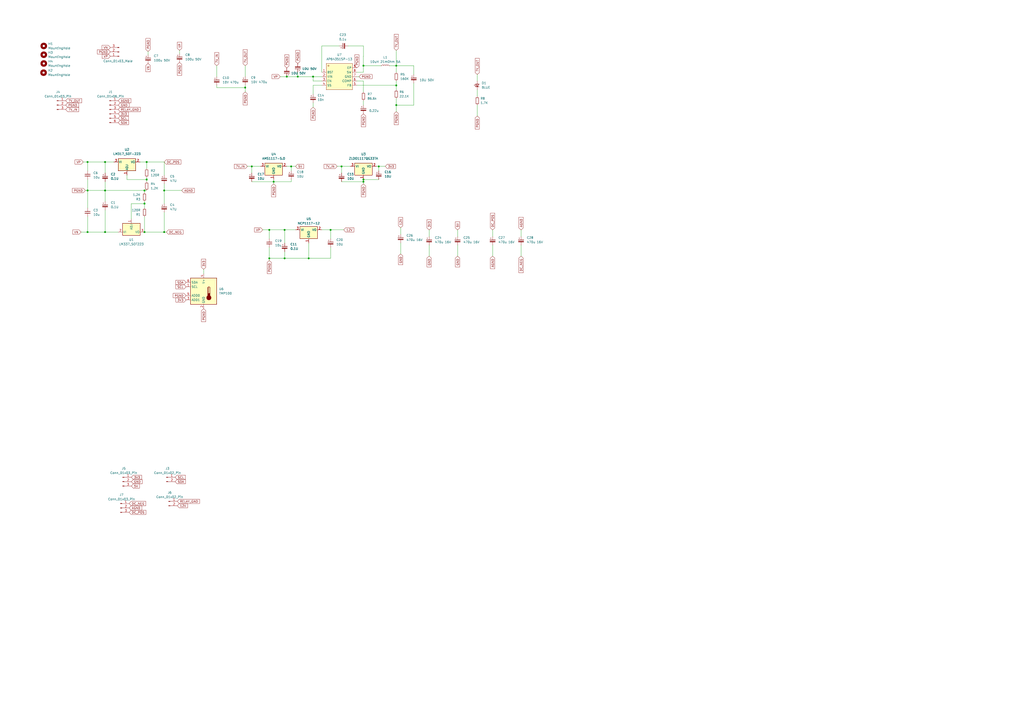
<source format=kicad_sch>
(kicad_sch (version 20231120) (generator "eeschema") (generator_version "8.0")
  (paper "A2")
  (lib_symbols
    (symbol "Connector:Conn_01x02_Pin" (pin_names (offset 1.016) hide)
      (property "Reference" "J" (at 0 2.54 0))
      (property "Value" "Conn_01x02_Pin" (at 0 -5.08 0))
      (symbol "Conn_01x02_Pin_1_1"
        (polyline (pts (xy 1.27 -2.54) (xy 0.8636 -2.54)) (stroke (width 0.1524)))
        (polyline (pts (xy 1.27 0) (xy 0.8636 0)) (stroke (width 0.1524)))
        (rectangle (start 0.8636 -2.413) (end 0 -2.667) (stroke (width 0.1524)) (fill (type outline)))
        (rectangle (start 0.8636 0.127) (end 0 -0.127) (stroke (width 0.1524)) (fill (type outline)))
        (pin passive line (at 5.08 0 180) (length 3.81) (name "Pin_1") (number "1"))
        (pin passive line (at 5.08 -2.54 180) (length 3.81) (name "Pin_2") (number "2"))
      )
    )
    (symbol "Connector:Conn_01x03_Male" (pin_names (offset 1.016) hide)
      (property "Reference" "J" (at 0 5.08 0))
      (property "Value" "Conn_01x03_Male" (at 0 -5.08 0))
      (symbol "Conn_01x03_Male_1_1"
        (polyline (pts (xy 1.27 -2.54) (xy 0.8636 -2.54)) (stroke (width 0.1524)))
        (polyline (pts (xy 1.27 0) (xy 0.8636 0)) (stroke (width 0.1524)))
        (polyline (pts (xy 1.27 2.54) (xy 0.8636 2.54)) (stroke (width 0.1524)))
        (rectangle (start 0.8636 -2.413) (end 0 -2.667) (stroke (width 0.1524)) (fill (type outline)))
        (rectangle (start 0.8636 0.127) (end 0 -0.127) (stroke (width 0.1524)) (fill (type outline)))
        (rectangle (start 0.8636 2.667) (end 0 2.413) (stroke (width 0.1524)) (fill (type outline)))
        (pin passive line (at 5.08 2.54 180) (length 3.81) (name "Pin_1") (number "1"))
        (pin passive line (at 5.08 0 180) (length 3.81) (name "Pin_2") (number "2"))
        (pin passive line (at 5.08 -2.54 180) (length 3.81) (name "Pin_3") (number "3"))
      )
    )
    (symbol "Connector:Conn_01x03_Pin" (pin_names (offset 1.016) hide)
      (property "Reference" "J" (at 0 5.08 0))
      (property "Value" "Conn_01x03_Pin" (at 0 -5.08 0))
      (symbol "Conn_01x03_Pin_1_1"
        (polyline (pts (xy 1.27 -2.54) (xy 0.8636 -2.54)) (stroke (width 0.1524)))
        (polyline (pts (xy 1.27 0) (xy 0.8636 0)) (stroke (width 0.1524)))
        (polyline (pts (xy 1.27 2.54) (xy 0.8636 2.54)) (stroke (width 0.1524)))
        (rectangle (start 0.8636 -2.413) (end 0 -2.667) (stroke (width 0.1524)) (fill (type outline)))
        (rectangle (start 0.8636 0.127) (end 0 -0.127) (stroke (width 0.1524)) (fill (type outline)))
        (rectangle (start 0.8636 2.667) (end 0 2.413) (stroke (width 0.1524)) (fill (type outline)))
        (pin passive line (at 5.08 2.54 180) (length 3.81) (name "Pin_1") (number "1"))
        (pin passive line (at 5.08 0 180) (length 3.81) (name "Pin_2") (number "2"))
        (pin passive line (at 5.08 -2.54 180) (length 3.81) (name "Pin_3") (number "3"))
      )
    )
    (symbol "Connector:Conn_01x06_Pin" (pin_names (offset 1.016) hide)
      (property "Reference" "J" (at 0 7.62 0))
      (property "Value" "Conn_01x06_Pin" (at 0 -10.16 0))
      (symbol "Conn_01x06_Pin_1_1"
        (polyline (pts (xy 1.27 -7.62) (xy 0.8636 -7.62)) (stroke (width 0.1524)))
        (polyline (pts (xy 1.27 -5.08) (xy 0.8636 -5.08)) (stroke (width 0.1524)))
        (polyline (pts (xy 1.27 -2.54) (xy 0.8636 -2.54)) (stroke (width 0.1524)))
        (polyline (pts (xy 1.27 0) (xy 0.8636 0)) (stroke (width 0.1524)))
        (polyline (pts (xy 1.27 2.54) (xy 0.8636 2.54)) (stroke (width 0.1524)))
        (polyline (pts (xy 1.27 5.08) (xy 0.8636 5.08)) (stroke (width 0.1524)))
        (rectangle (start 0.8636 -7.493) (end 0 -7.747) (stroke (width 0.1524)) (fill (type outline)))
        (rectangle (start 0.8636 -4.953) (end 0 -5.207) (stroke (width 0.1524)) (fill (type outline)))
        (rectangle (start 0.8636 -2.413) (end 0 -2.667) (stroke (width 0.1524)) (fill (type outline)))
        (rectangle (start 0.8636 0.127) (end 0 -0.127) (stroke (width 0.1524)) (fill (type outline)))
        (rectangle (start 0.8636 2.667) (end 0 2.413) (stroke (width 0.1524)) (fill (type outline)))
        (rectangle (start 0.8636 5.207) (end 0 4.953) (stroke (width 0.1524)) (fill (type outline)))
        (pin passive line (at 5.08 5.08 180) (length 3.81) (name "Pin_1") (number "1"))
        (pin passive line (at 5.08 2.54 180) (length 3.81) (name "Pin_2") (number "2"))
        (pin passive line (at 5.08 0 180) (length 3.81) (name "Pin_3") (number "3"))
        (pin passive line (at 5.08 -2.54 180) (length 3.81) (name "Pin_4") (number "4"))
        (pin passive line (at 5.08 -5.08 180) (length 3.81) (name "Pin_5") (number "5"))
        (pin passive line (at 5.08 -7.62 180) (length 3.81) (name "Pin_6") (number "6"))
      )
    )
    (symbol "Device:C_Polarized_Small" (pin_numbers hide) (pin_names (offset 0.254) hide)
      (property "Reference" "C" (at 0.254 1.778 0))
      (property "Value" "C_Polarized_Small" (at 0.254 -2.032 0))
      (symbol "C_Polarized_Small_0_1"
        (rectangle (start -1.524 -0.3048) (end 1.524 -0.6858) (fill (type outline)))
        (rectangle (start -1.524 0.6858) (end 1.524 0.3048))
        (polyline (pts (xy -1.27 1.524) (xy -0.762 1.524)))
        (polyline (pts (xy -1.016 1.27) (xy -1.016 1.778)))
      )
      (symbol "C_Polarized_Small_1_1"
        (pin passive line (at 0 2.54 270) (length 1.8542) (name "~") (number "1"))
        (pin passive line (at 0 -2.54 90) (length 1.8542) (name "~") (number "2"))
      )
    )
    (symbol "Device:C_Small" (pin_numbers hide) (pin_names (offset 0.254) hide)
      (property "Reference" "C" (at 0.254 1.778 0))
      (property "Value" "C_Small" (at 0.254 -2.032 0))
      (symbol "C_Small_0_1"
        (polyline (pts (xy -1.524 -0.508) (xy 1.524 -0.508)) (stroke (width 0.3302)))
        (polyline (pts (xy -1.524 0.508) (xy 1.524 0.508)) (stroke (width 0.3048)))
      )
      (symbol "C_Small_1_1"
        (pin passive line (at 0 2.54 270) (length 2.032) (name "~") (number "1"))
        (pin passive line (at 0 -2.54 90) (length 2.032) (name "~") (number "2"))
      )
    )
    (symbol "Device:LED_Small" (pin_numbers hide) (pin_names (offset 0.254) hide)
      (property "Reference" "D" (at -1.27 3.175 0))
      (property "Value" "LED_Small" (at -4.445 -2.54 0))
      (symbol "LED_Small_0_1"
        (polyline (pts (xy -0.762 -1.016) (xy -0.762 1.016)) (stroke (width 0.254)))
        (polyline (pts (xy 1.016 0) (xy -0.762 0)))
        (polyline (pts (xy 0.762 -1.016) (xy -0.762 0) (xy 0.762 1.016) (xy 0.762 -1.016)) (stroke (width 0.254)))
        (polyline (pts (xy 0 0.762) (xy -0.508 1.27) (xy -0.254 1.27) (xy -0.508 1.27) (xy -0.508 1.016)))
        (polyline (pts (xy 0.508 1.27) (xy 0 1.778) (xy 0.254 1.778) (xy 0 1.778) (xy 0 1.524)))
      )
      (symbol "LED_Small_1_1"
        (pin passive line (at -2.54 0 0) (length 1.778) (name "K") (number "1"))
        (pin passive line (at 2.54 0 180) (length 1.778) (name "A") (number "2"))
      )
    )
    (symbol "Device:L_Small" (pin_numbers hide) (pin_names (offset 0.254) hide)
      (property "Reference" "L" (at 0.762 1.016 0))
      (property "Value" "L_Small" (at 0.762 -1.016 0))
      (symbol "L_Small_0_1"
        (arc (start 0 -2.032) (mid 0.5058 -1.524) (end 0 -1.016))
        (arc (start 0 -1.016) (mid 0.5058 -0.508) (end 0 0))
        (arc (start 0 0) (mid 0.5058 0.508) (end 0 1.016))
        (arc (start 0 1.016) (mid 0.5058 1.524) (end 0 2.032))
      )
      (symbol "L_Small_1_1"
        (pin passive line (at 0 2.54 270) (length 0.508) (name "~") (number "1"))
        (pin passive line (at 0 -2.54 90) (length 0.508) (name "~") (number "2"))
      )
    )
    (symbol "Device:R_Small" (pin_numbers hide) (pin_names (offset 0.254) hide)
      (property "Reference" "R" (at 0.762 0.508 0))
      (property "Value" "R_Small" (at 0.762 -1.016 0))
      (symbol "R_Small_0_1"
        (rectangle (start -0.762 1.778) (end 0.762 -1.778) (stroke (width 0.2032)))
      )
      (symbol "R_Small_1_1"
        (pin passive line (at 0 2.54 270) (length 0.762) (name "~") (number "1"))
        (pin passive line (at 0 -2.54 90) (length 0.762) (name "~") (number "2"))
      )
    )
    (symbol "Mechanical:MountingHole" (pin_names (offset 1.016))
      (property "Reference" "H" (at 0 5.08 0))
      (property "Value" "MountingHole" (at 0 3.175 0))
      (symbol "MountingHole_0_1"
        (circle (center 0 0) (radius 1.27) (stroke (width 1.27)))
      )
    )
    (symbol "Regulator_Linear:AMS1117-5.0"
      (property "Reference" "U" (at -3.81 3.175 0))
      (property "Value" "AMS1117-5.0" (at 0 3.175 0))
      (symbol "AMS1117-5.0_0_1"
        (rectangle (start -5.08 -5.08) (end 5.08 1.905) (stroke (width 0.254)) (fill (type background)))
      )
      (symbol "AMS1117-5.0_1_1"
        (pin power_in line (at 0 -7.62 90) (length 2.54) (name "GND") (number "1"))
        (pin power_out line (at 7.62 0 180) (length 2.54) (name "VO") (number "2"))
        (pin power_in line (at -7.62 0 0) (length 2.54) (name "VI") (number "3"))
      )
    )
    (symbol "Regulator_Linear:LM317_SOT-223" (pin_names (offset 0.254))
      (property "Reference" "U" (at -3.81 3.175 0))
      (property "Value" "LM317_SOT-223" (at 0 3.175 0))
      (symbol "LM317_SOT-223_0_1"
        (rectangle (start -5.08 1.905) (end 5.08 -5.08) (stroke (width 0.254)) (fill (type background)))
      )
      (symbol "LM317_SOT-223_1_1"
        (pin input line (at 0 -7.62 90) (length 2.54) (name "ADJ") (number "1"))
        (pin power_out line (at 7.62 0 180) (length 2.54) (name "VO") (number "2"))
        (pin power_in line (at -7.62 0 0) (length 2.54) (name "VI") (number "3"))
      )
    )
    (symbol "Regulator_Linear:LM337_SOT223" (pin_names (offset 0.254))
      (property "Reference" "U" (at -3.81 -3.175 0))
      (property "Value" "LM337_SOT223" (at 0 -3.175 0))
      (symbol "LM337_SOT223_0_1"
        (rectangle (start -5.08 5.08) (end 5.08 -1.905) (stroke (width 0.254)) (fill (type background)))
      )
      (symbol "LM337_SOT223_1_1"
        (pin input line (at 0 7.62 270) (length 2.54) (name "ADJ") (number "1"))
        (pin power_in line (at -7.62 0 0) (length 2.54) (name "VI") (number "2"))
        (pin power_out line (at 7.62 0 180) (length 2.54) (name "VO") (number "3"))
      )
    )
    (symbol "Regulator_Linear:NCP1117-12_SOT223"
      (property "Reference" "U" (at -3.81 3.175 0))
      (property "Value" "NCP1117-12_SOT223" (at 0 3.175 0))
      (symbol "NCP1117-12_SOT223_0_1"
        (rectangle (start -5.08 -5.08) (end 5.08 1.905) (stroke (width 0.254)) (fill (type background)))
      )
      (symbol "NCP1117-12_SOT223_1_1"
        (pin power_in line (at 0 -7.62 90) (length 2.54) (name "GND") (number "1"))
        (pin power_out line (at 7.62 0 180) (length 2.54) (name "VO") (number "2"))
        (pin power_in line (at -7.62 0 0) (length 2.54) (name "VI") (number "3"))
      )
    )
    (symbol "Sensor_Temperature:TMP100"
      (property "Reference" "U" (at 10.16 6.35 0))
      (property "Value" "TMP100" (at 12.7 3.81 0))
      (symbol "TMP100_0_1"
        (rectangle (start -7.62 7.62) (end 7.62 -7.62) (stroke (width 0.254)) (fill (type background)))
      )
      (symbol "TMP100_1_1"
        (polyline (pts (xy 2.413 -0.635) (xy 3.048 -0.635)) (stroke (width 0.254)))
        (polyline (pts (xy 2.413 0) (xy 3.048 0)) (stroke (width 0.254)))
        (polyline (pts (xy 2.413 0.635) (xy 3.048 0.635)) (stroke (width 0.254)))
        (polyline (pts (xy 2.413 1.27) (xy 3.048 1.27)) (stroke (width 0.254)))
        (polyline (pts (xy 2.413 1.905) (xy 2.413 -1.27)) (stroke (width 0.254)))
        (polyline (pts (xy 2.413 1.905) (xy 3.048 1.905)) (stroke (width 0.254)))
        (polyline (pts (xy 3.683 1.905) (xy 3.683 -1.27)) (stroke (width 0.254)))
        (circle (center 3.048 -3.81) (radius 1.27) (stroke (width 0.254)) (fill (type outline)))
        (rectangle (start 3.683 -3.175) (end 2.413 -1.27) (stroke (width 0.254)) (fill (type outline)))
        (arc (start 3.683 1.905) (mid 3.048 2.5373) (end 2.413 1.905) (stroke (width 0.254)))
        (pin input line (at -10.16 2.54 0) (length 2.54) (name "SCL") (number "1"))
        (pin power_in line (at 0 -10.16 90) (length 2.54) (name "GND") (number "2"))
        (pin input line (at -10.16 -5.08 0) (length 2.54) (name "ADD1") (number "3"))
        (pin power_in line (at 0 10.16 270) (length 2.54) (name "V+") (number "4"))
        (pin input line (at -10.16 -2.54 0) (length 2.54) (name "ADD0") (number "5"))
        (pin bidirectional line (at -10.16 5.08 0) (length 2.54) (name "SDA") (number "6"))
      )
    )
    (symbol "easyeda2kicad:AP64351SP-13"
      (property "Reference" "U" (at 0 10.16 0))
      (property "Value" "AP64351SP-13" (at 0 -10.16 0))
      (symbol "AP64351SP-13_0_1"
        (rectangle (start -7.62 7.62) (end 7.62 -7.62) (fill (type background)))
        (circle (center -6.35 6.35) (radius 0.38))
        (pin unspecified line (at -10.16 2.54 0) (length 2.54) (name "BST") (number "1"))
        (pin unspecified line (at -10.16 0 0) (length 2.54) (name "VIN") (number "2"))
        (pin unspecified line (at -10.16 -2.54 0) (length 2.54) (name "EN") (number "3"))
        (pin unspecified line (at -10.16 -5.08 0) (length 2.54) (name "SS") (number "4"))
        (pin unspecified line (at 10.16 -5.08 180) (length 2.54) (name "FB") (number "5"))
        (pin unspecified line (at 10.16 -2.54 180) (length 2.54) (name "COMP") (number "6"))
        (pin unspecified line (at 10.16 0 180) (length 2.54) (name "GND") (number "7"))
        (pin unspecified line (at 10.16 2.54 180) (length 2.54) (name "SW") (number "8"))
        (pin unspecified line (at 10.16 5.08 180) (length 2.54) (name "EP") (number "9"))
      )
    )
  )
  (junction (at 60.96 110.49))
  (junction (at 60.96 134.62))
  (junction (at 142.24 50.8))
  (junction (at 165.1 149.86))
  (junction (at 95.25 110.49))
  (junction (at 229.87 38.1))
  (junction (at 191.77 133.35))
  (junction (at 210.82 38.1))
  (junction (at 95.25 134.62))
  (junction (at 50.8 110.49))
  (junction (at 156.21 149.86))
  (junction (at 210.82 105.41))
  (junction (at 158.75 105.41))
  (junction (at 166.37 44.45))
  (junction (at 219.71 96.52))
  (junction (at 83.82 110.49))
  (junction (at 229.87 60.96))
  (junction (at 50.8 93.98))
  (junction (at 60.96 93.98))
  (junction (at 172.72 44.45))
  (junction (at 179.07 149.86))
  (junction (at 210.82 104.14))
  (junction (at 83.82 134.62))
  (junction (at 165.1 133.35))
  (junction (at 85.09 104.14))
  (junction (at 83.82 118.11))
  (junction (at 156.21 133.35))
  (junction (at 181.61 44.45))
  (junction (at 168.91 96.52))
  (junction (at 146.05 96.52))
  (junction (at 85.09 93.98))
  (junction (at 198.12 96.52))
  (junction (at 229.87 49.53))
  (junction (at 50.8 134.62))
  (wire (pts (xy 156.21 143.51) (xy 156.21 149.86)))
  (wire (pts (xy 207.01 44.45) (xy 208.28 44.45)))
  (wire (pts (xy 60.96 134.62) (xy 68.58 134.62)))
  (wire (pts (xy 165.1 140.97) (xy 165.1 133.35)))
  (wire (pts (xy 143.51 96.52) (xy 146.05 96.52)))
  (wire (pts (xy 95.25 134.62) (xy 95.25 123.19)))
  (wire (pts (xy 95.25 134.62) (xy 96.52 134.62)))
  (wire (pts (xy 248.92 148.59) (xy 248.92 142.24)))
  (wire (pts (xy 240.03 48.26) (xy 240.03 60.96)))
  (wire (pts (xy 172.72 44.45) (xy 181.61 44.45)))
  (wire (pts (xy 158.75 106.68) (xy 158.75 105.41)))
  (wire (pts (xy 49.53 110.49) (xy 50.8 110.49)))
  (wire (pts (xy 210.82 41.91) (xy 210.82 38.1)))
  (wire (pts (xy 229.87 52.07) (xy 229.87 49.53)))
  (wire (pts (xy 142.24 38.1) (xy 142.24 44.323)))
  (wire (pts (xy 81.28 93.98) (xy 85.09 93.98)))
  (wire (pts (xy 146.05 96.52) (xy 151.13 96.52)))
  (wire (pts (xy 229.87 38.1) (xy 240.03 38.1)))
  (wire (pts (xy 229.87 64.77) (xy 229.87 60.96)))
  (wire (pts (xy 83.82 110.49) (xy 83.82 111.76)))
  (wire (pts (xy 226.06 38.1) (xy 229.87 38.1)))
  (wire (pts (xy 219.71 99.06) (xy 219.71 96.52)))
  (wire (pts (xy 60.96 110.49) (xy 83.82 110.49)))
  (wire (pts (xy 302.26 133.35) (xy 302.26 137.16)))
  (wire (pts (xy 218.44 96.52) (xy 219.71 96.52)))
  (wire (pts (xy 207.01 46.99) (xy 210.82 46.99)))
  (wire (pts (xy 181.61 62.23) (xy 181.61 59.69)))
  (wire (pts (xy 210.82 106.68) (xy 210.82 105.41)))
  (wire (pts (xy 265.43 133.35) (xy 265.43 137.16)))
  (wire (pts (xy 302.26 148.59) (xy 302.26 142.24)))
  (wire (pts (xy 165.1 133.35) (xy 171.45 133.35)))
  (wire (pts (xy 85.8785 29.8318) (xy 85.8785 31.7368)))
  (wire (pts (xy 165.1 149.86) (xy 179.07 149.86)))
  (wire (pts (xy 207.01 41.91) (xy 210.82 41.91)))
  (wire (pts (xy 83.82 118.11) (xy 83.82 116.84)))
  (wire (pts (xy 186.69 46.99) (xy 181.61 46.99)))
  (wire (pts (xy 285.75 133.35) (xy 285.75 137.16)))
  (wire (pts (xy 168.91 96.52) (xy 171.45 96.52)))
  (wire (pts (xy 142.24 53.34) (xy 142.24 50.8)))
  (wire (pts (xy 207.01 49.53) (xy 229.87 49.53)))
  (wire (pts (xy 198.12 96.52) (xy 203.2 96.52)))
  (wire (pts (xy 210.82 38.1) (xy 210.82 32.6265)))
  (wire (pts (xy 195.58 96.52) (xy 198.12 96.52)))
  (wire (pts (xy 118.11 156.21) (xy 118.11 158.75)))
  (wire (pts (xy 191.77 133.35) (xy 199.39 133.35)))
  (wire (pts (xy 105.41 110.49) (xy 95.25 110.49)))
  (wire (pts (xy 210.82 58.42) (xy 210.82 60.96)))
  (wire (pts (xy 158.75 105.41) (xy 168.91 105.41)))
  (wire (pts (xy 210.8516 26.67) (xy 201.93 26.67)))
  (wire (pts (xy 172.72 41.91) (xy 172.72 44.45)))
  (wire (pts (xy 60.96 121.92) (xy 60.96 134.62)))
  (wire (pts (xy 125.73 38.1) (xy 125.73 44.45)))
  (wire (pts (xy 85.09 104.14) (xy 85.09 105.41)))
  (wire (pts (xy 125.73 50.8) (xy 142.24 50.8)))
  (wire (pts (xy 240.03 60.96) (xy 229.87 60.96)))
  (wire (pts (xy 166.37 44.45) (xy 172.72 44.45)))
  (wire (pts (xy 60.96 116.84) (xy 60.96 110.49)))
  (wire (pts (xy 60.96 93.98) (xy 66.04 93.98)))
  (wire (pts (xy 181.61 49.53) (xy 186.69 49.53)))
  (wire (pts (xy 104.14 29.21) (xy 104.14 31.115)))
  (wire (pts (xy 232.41 132.08) (xy 232.41 135.89)))
  (wire (pts (xy 166.37 96.52) (xy 168.91 96.52)))
  (wire (pts (xy 191.77 138.43) (xy 191.77 133.35)))
  (wire (pts (xy 146.05 100.33) (xy 146.05 96.52)))
  (wire (pts (xy 240.03 38.1) (xy 240.03 43.18)))
  (wire (pts (xy 50.8 125.73) (xy 50.8 134.62)))
  (wire (pts (xy 85.09 93.98) (xy 95.25 93.98)))
  (wire (pts (xy 73.66 101.6) (xy 73.66 104.14)))
  (wire (pts (xy 248.92 133.35) (xy 248.92 137.16)))
  (wire (pts (xy 210.82 46.99) (xy 210.82 53.34)))
  (wire (pts (xy 186.69 133.35) (xy 191.77 133.35)))
  (wire (pts (xy 186.69 26.67) (xy 196.85 26.67)))
  (wire (pts (xy 229.87 60.96) (xy 229.87 57.15)))
  (wire (pts (xy 232.41 147.32) (xy 232.41 140.97)))
  (wire (pts (xy 191.77 143.51) (xy 191.77 149.86)))
  (wire (pts (xy 229.87 29.21) (xy 229.87 38.1)))
  (wire (pts (xy 210.82 32.6265) (xy 210.8516 32.6265)))
  (wire (pts (xy 229.87 38.1) (xy 229.87 41.91)))
  (wire (pts (xy 95.25 106.68) (xy 95.25 110.49)))
  (wire (pts (xy 50.8 110.49) (xy 60.96 110.49)))
  (wire (pts (xy 285.75 148.59) (xy 285.75 142.24)))
  (wire (pts (xy 229.87 49.53) (xy 229.87 46.99)))
  (wire (pts (xy 265.43 148.59) (xy 265.43 142.24)))
  (wire (pts (xy 181.61 54.61) (xy 181.61 49.53)))
  (wire (pts (xy 83.82 110.49) (xy 85.09 110.49)))
  (wire (pts (xy 76.2 127) (xy 76.2 118.11)))
  (wire (pts (xy 48.26 93.98) (xy 50.8 93.98)))
  (wire (pts (xy 85.09 93.98) (xy 85.09 97.79)))
  (wire (pts (xy 198.12 100.33) (xy 198.12 96.52)))
  (wire (pts (xy 50.8 134.62) (xy 60.96 134.62)))
  (wire (pts (xy 198.12 105.41) (xy 210.82 105.41)))
  (wire (pts (xy 219.71 104.14) (xy 210.82 104.14)))
  (wire (pts (xy 165.1 149.86) (xy 165.1 146.05)))
  (wire (pts (xy 156.21 138.43) (xy 156.21 133.35)))
  (wire (pts (xy 181.61 44.45) (xy 181.61 46.99)))
  (wire (pts (xy 60.96 110.49) (xy 60.96 105.41)))
  (wire (pts (xy 162.56 44.45) (xy 166.37 44.45)))
  (wire (pts (xy 276.86 60.96) (xy 276.86 67.31)))
  (wire (pts (xy 83.82 125.73) (xy 83.82 134.62)))
  (wire (pts (xy 95.25 118.11) (xy 95.25 110.49)))
  (wire (pts (xy 46.99 134.62) (xy 50.8 134.62)))
  (wire (pts (xy 191.77 149.86) (xy 179.07 149.86)))
  (wire (pts (xy 156.21 133.35) (xy 165.1 133.35)))
  (wire (pts (xy 125.73 49.53) (xy 125.73 50.8)))
  (wire (pts (xy 210.82 105.41) (xy 210.82 104.14)))
  (wire (pts (xy 50.8 93.98) (xy 60.96 93.98)))
  (wire (pts (xy 156.21 149.86) (xy 156.21 151.13)))
  (wire (pts (xy 60.96 100.33) (xy 60.96 93.98)))
  (wire (pts (xy 152.4 133.35) (xy 156.21 133.35)))
  (wire (pts (xy 210.82 38.1) (xy 220.98 38.1)))
  (wire (pts (xy 179.07 140.97) (xy 179.07 149.86)))
  (wire (pts (xy 85.09 102.87) (xy 85.09 104.14)))
  (wire (pts (xy 95.25 101.6) (xy 95.25 93.98)))
  (wire (pts (xy 83.82 134.62) (xy 95.25 134.62)))
  (wire (pts (xy 50.8 120.65) (xy 50.8 110.49)))
  (wire (pts (xy 210.8516 32.6265) (xy 210.8516 26.67)))
  (wire (pts (xy 73.66 104.14) (xy 85.09 104.14)))
  (wire (pts (xy 186.69 26.67) (xy 186.69 41.91)))
  (wire (pts (xy 50.8 99.06) (xy 50.8 93.98)))
  (wire (pts (xy 146.05 105.41) (xy 158.75 105.41)))
  (wire (pts (xy 168.91 99.06) (xy 168.91 96.52)))
  (wire (pts (xy 76.2 118.11) (xy 83.82 118.11)))
  (wire (pts (xy 219.71 96.52) (xy 223.52 96.52)))
  (wire (pts (xy 158.75 105.41) (xy 158.75 104.14)))
  (wire (pts (xy 276.86 52.07) (xy 276.86 55.88)))
  (wire (pts (xy 83.82 120.65) (xy 83.82 118.11)))
  (wire (pts (xy 142.24 50.8) (xy 142.24 49.403)))
  (wire (pts (xy 50.8 104.14) (xy 50.8 110.49)))
  (wire (pts (xy 156.21 149.86) (xy 165.1 149.86)))
  (wire (pts (xy 168.91 104.14) (xy 168.91 105.41)))
  (wire (pts (xy 276.86 43.18) (xy 276.86 46.99)))
  (wire (pts (xy 181.61 44.45) (xy 186.69 44.45)))
  (global_label "7V_IN" (shape input) (at 195.58 96.52 180) (property "Intersheetrefs" "${INTERSHEET_REFS}" (effects (hide yes))))
  (global_label "PGND" (shape input) (at 210.82 106.68 270) (property "Intersheetrefs" "${INTERSHEET_REFS}" (effects (hide yes))))
  (global_label "GND" (shape input) (at 68.58 60.96 0) (property "Intersheetrefs" "${INTERSHEET_REFS}" (effects (hide yes))))
  (global_label "PGND" (shape input) (at 104.14 36.195 270) (property "Intersheetrefs" "${INTERSHEET_REFS}" (effects (hide yes))))
  (global_label "GND" (shape input) (at 265.43 148.59 270) (property "Intersheetrefs" "${INTERSHEET_REFS}" (effects (hide yes))))
  (global_label "PGND" (shape input) (at 85.8785 29.8318 90) (property "Intersheetrefs" "${INTERSHEET_REFS}" (effects (hide yes))))
  (global_label "DC_NEG" (shape input) (at 74.93 292.1 0) (property "Intersheetrefs" "${INTERSHEET_REFS}" (effects (hide yes))))
  (global_label "VP" (shape input) (at 104.14 29.21 90) (property "Intersheetrefs" "${INTERSHEET_REFS}" (effects (hide yes))))
  (global_label "7V_IN" (shape input) (at 125.73 38.1 90) (property "Intersheetrefs" "${INTERSHEET_REFS}" (effects (hide yes))))
  (global_label "DC_NEG" (shape input) (at 96.52 134.62 0) (property "Intersheetrefs" "${INTERSHEET_REFS}" (effects (hide yes))))
  (global_label "DC_POS" (shape input) (at 95.25 93.98 0) (property "Intersheetrefs" "${INTERSHEET_REFS}" (effects (hide yes))))
  (global_label "12V" (shape input) (at 199.39 133.35 0) (property "Intersheetrefs" "${INTERSHEET_REFS}" (effects (hide yes))))
  (global_label "DC_NEG" (shape input) (at 302.26 148.59 270) (property "Intersheetrefs" "${INTERSHEET_REFS}" (effects (hide yes))))
  (global_label "7V_OUT" (shape input) (at 142.24 38.1 90) (property "Intersheetrefs" "${INTERSHEET_REFS}" (effects (hide yes))))
  (global_label "PGND" (shape input) (at 156.21 151.13 270) (property "Intersheetrefs" "${INTERSHEET_REFS}" (effects (hide yes))))
  (global_label "3V3" (shape input) (at 118.11 156.21 90) (property "Intersheetrefs" "${INTERSHEET_REFS}" (effects (hide yes))))
  (global_label "DC_POS" (shape input) (at 285.75 133.35 90) (property "Intersheetrefs" "${INTERSHEET_REFS}" (effects (hide yes))))
  (global_label "SDA" (shape input) (at 68.58 71.12 0) (property "Intersheetrefs" "${INTERSHEET_REFS}" (effects (hide yes))))
  (global_label "PGND" (shape input) (at 49.53 110.49 180) (property "Intersheetrefs" "${INTERSHEET_REFS}" (effects (hide yes))))
  (global_label "PGND" (shape input) (at 181.61 62.23 270) (property "Intersheetrefs" "${INTERSHEET_REFS}" (effects (hide yes))))
  (global_label "PGND" (shape input) (at 208.28 44.45 0) (property "Intersheetrefs" "${INTERSHEET_REFS}" (effects (hide yes))))
  (global_label "GND" (shape input) (at 76.2 279.4 0) (property "Intersheetrefs" "${INTERSHEET_REFS}" (effects (hide yes))))
  (global_label "3V3" (shape input) (at 68.58 66.04 0) (property "Intersheetrefs" "${INTERSHEET_REFS}" (effects (hide yes))))
  (global_label "7V_OUT" (shape input) (at 38.1 58.42 0) (property "Intersheetrefs" "${INTERSHEET_REFS}" (effects (hide yes))))
  (global_label "SCL" (shape input) (at 68.58 68.58 0) (property "Intersheetrefs" "${INTERSHEET_REFS}" (effects (hide yes))))
  (global_label "AGND" (shape input) (at 68.58 58.42 0) (property "Intersheetrefs" "${INTERSHEET_REFS}" (effects (hide yes))))
  (global_label "7V_OUT" (shape input) (at 229.87 29.21 90) (property "Intersheetrefs" "${INTERSHEET_REFS}" (effects (hide yes))))
  (global_label "VP" (shape input) (at 48.26 93.98 180) (property "Intersheetrefs" "${INTERSHEET_REFS}" (effects (hide yes))))
  (global_label "PGND" (shape input) (at 158.75 106.68 270) (property "Intersheetrefs" "${INTERSHEET_REFS}" (effects (hide yes))))
  (global_label "7V_OUT" (shape input) (at 276.86 43.18 90) (property "Intersheetrefs" "${INTERSHEET_REFS}" (effects (hide yes))))
  (global_label "AGND" (shape input) (at 302.26 133.35 90) (property "Intersheetrefs" "${INTERSHEET_REFS}" (effects (hide yes))))
  (global_label "VN" (shape input) (at 46.99 134.62 180) (property "Intersheetrefs" "${INTERSHEET_REFS}" (effects (hide yes))))
  (global_label "VN" (shape input) (at 64.008 27.559 180) (property "Intersheetrefs" "${INTERSHEET_REFS}" (effects (hide yes))))
  (global_label "5V" (shape input) (at 265.43 133.35 90) (property "Intersheetrefs" "${INTERSHEET_REFS}" (effects (hide yes))))
  (global_label "PGND" (shape input) (at 210.82 66.04 270) (property "Intersheetrefs" "${INTERSHEET_REFS}" (effects (hide yes))))
  (global_label "SDA" (shape input) (at 107.95 163.83 180) (property "Intersheetrefs" "${INTERSHEET_REFS}" (effects (hide yes))))
  (global_label "PGND" (shape input) (at 166.37 39.37 90) (property "Intersheetrefs" "${INTERSHEET_REFS}" (effects (hide yes))))
  (global_label "PGND" (shape input) (at 64.008 30.099 180) (property "Intersheetrefs" "${INTERSHEET_REFS}" (effects (hide yes))))
  (global_label "VP" (shape input) (at 152.4 133.35 180) (property "Intersheetrefs" "${INTERSHEET_REFS}" (effects (hide yes))))
  (global_label "SCL" (shape input) (at 107.95 166.37 180) (property "Intersheetrefs" "${INTERSHEET_REFS}" (effects (hide yes))))
  (global_label "3V3" (shape input) (at 107.95 173.99 180) (property "Intersheetrefs" "${INTERSHEET_REFS}" (effects (hide yes))))
  (global_label "RELAY_GND" (shape input) (at 68.58 63.5 0) (property "Intersheetrefs" "${INTERSHEET_REFS}" (effects (hide yes))))
  (global_label "GND" (shape input) (at 248.92 148.59 270) (property "Intersheetrefs" "${INTERSHEET_REFS}" (effects (hide yes))))
  (global_label "AGND" (shape input) (at 74.93 294.64 0) (property "Intersheetrefs" "${INTERSHEET_REFS}" (effects (hide yes))))
  (global_label "PGND" (shape input) (at 118.11 179.07 270) (property "Intersheetrefs" "${INTERSHEET_REFS}" (effects (hide yes))))
  (global_label "PGND" (shape input) (at 142.24 53.34 270) (property "Intersheetrefs" "${INTERSHEET_REFS}" (effects (hide yes))))
  (global_label "VN" (shape input) (at 85.8785 36.8168 270) (property "Intersheetrefs" "${INTERSHEET_REFS}" (effects (hide yes))))
  (global_label "AGND" (shape input) (at 105.41 110.49 0) (property "Intersheetrefs" "${INTERSHEET_REFS}" (effects (hide yes))))
  (global_label "PGND" (shape input) (at 229.87 64.77 270) (property "Intersheetrefs" "${INTERSHEET_REFS}" (effects (hide yes))))
  (global_label "RELAY_GND" (shape input) (at 102.87 290.83 0) (property "Intersheetrefs" "${INTERSHEET_REFS}" (effects (hide yes))))
  (global_label "7V_IN" (shape input) (at 38.1 63.5 0) (property "Intersheetrefs" "${INTERSHEET_REFS}" (effects (hide yes))))
  (global_label "3V3" (shape input) (at 76.2 276.86 0) (property "Intersheetrefs" "${INTERSHEET_REFS}" (effects (hide yes))))
  (global_label "3V3" (shape input) (at 248.92 133.35 90) (property "Intersheetrefs" "${INTERSHEET_REFS}" (effects (hide yes))))
  (global_label "5V" (shape input) (at 171.45 96.52 0) (property "Intersheetrefs" "${INTERSHEET_REFS}" (effects (hide yes))))
  (global_label "SDA" (shape input) (at 101.6 279.4 0) (property "Intersheetrefs" "${INTERSHEET_REFS}" (effects (hide yes))))
  (global_label "PGND" (shape input) (at 207.01 39.37 90) (property "Intersheetrefs" "${INTERSHEET_REFS}" (effects (hide yes))))
  (global_label "AGND" (shape input) (at 285.75 148.59 270) (property "Intersheetrefs" "${INTERSHEET_REFS}" (effects (hide yes))))
  (global_label "12V" (shape input) (at 232.41 132.08 90) (property "Intersheetrefs" "${INTERSHEET_REFS}" (effects (hide yes))))
  (global_label "PGND" (shape input) (at 38.1 60.96 0) (property "Intersheetrefs" "${INTERSHEET_REFS}" (effects (hide yes))))
  (global_label "5V" (shape input) (at 76.2 281.94 0) (property "Intersheetrefs" "${INTERSHEET_REFS}" (effects (hide yes))))
  (global_label "PGND" (shape input) (at 172.72 36.83 90) (property "Intersheetrefs" "${INTERSHEET_REFS}" (effects (hide yes))))
  (global_label "PGND" (shape input) (at 276.86 67.31 270) (property "Intersheetrefs" "${INTERSHEET_REFS}" (effects (hide yes))))
  (global_label "7V_IN" (shape input) (at 143.51 96.52 180) (property "Intersheetrefs" "${INTERSHEET_REFS}" (effects (hide yes))))
  (global_label "VP" (shape input) (at 162.56 44.45 180) (property "Intersheetrefs" "${INTERSHEET_REFS}" (effects (hide yes))))
  (global_label "GND" (shape input) (at 232.41 147.32 270) (property "Intersheetrefs" "${INTERSHEET_REFS}" (effects (hide yes))))
  (global_label "DC_POS" (shape input) (at 74.93 297.18 0) (property "Intersheetrefs" "${INTERSHEET_REFS}" (effects (hide yes))))
  (global_label "12V" (shape input) (at 102.87 293.37 0) (property "Intersheetrefs" "${INTERSHEET_REFS}" (effects (hide yes))))
  (global_label "SCL" (shape input) (at 101.6 276.86 0) (property "Intersheetrefs" "${INTERSHEET_REFS}" (effects (hide yes))))
  (global_label "VP" (shape input) (at 64.008 32.639 180) (property "Intersheetrefs" "${INTERSHEET_REFS}" (effects (hide yes))))
  (global_label "PGND" (shape input) (at 107.95 171.45 180) (property "Intersheetrefs" "${INTERSHEET_REFS}" (effects (hide yes))))
  (global_label "3V3" (shape input) (at 223.52 96.52 0) (property "Intersheetrefs" "${INTERSHEET_REFS}" (effects (hide yes))))
  (symbol (lib_id "Device:R_Small") (at 229.87 54.61 0) (unit 1)
    (property "Reference" "R6" (at 231.648 53.34 0) (effects (justify left)))
    (property "Value" "22.1K" (at 231.648 55.88 0) (effects (justify left)))
    (property "Footprint" "Resistor_SMD:R_0603_1608Metric_Pad0.98x0.95mm_HandSolder" (effects (hide yes)))
    (property "Mouser" "603-RC0603JR-07820KP" (effects (hide yes)))
  )
  (symbol (lib_id "Connector:Conn_01x03_Pin") (at 69.85 294.64 0) (unit 1)
    (property "Reference" "J7" (at 70.485 287.02 0))
    (property "Value" "Conn_01x03_Pin" (at 70.485 289.56 0))
    (property "Footprint" "Connector_JST:JST_PH_B3B-PH-K_1x03_P2.00mm_Vertical" (effects (hide yes)))
    (property "Description" "Generic connector, single row, 01x03, script generated" (effects (hide yes)))
  )
  (symbol (lib_id "Mechanical:MountingHole") (at 25.4 36.83 0) (unit 1)
    (property "Reference" "H4" (at 27.94 35.5599 0) (effects (justify left)))
    (property "Value" "MountingHole" (at 27.94 38.0999 0) (effects (justify left)))
    (property "Footprint" "MountingHole:MountingHole_3.2mm_M3_DIN965_Pad_TopOnly" (effects (hide yes)))
  )
  (symbol (lib_id "Regulator_Linear:AMS1117-5.0") (at 210.82 96.52 0) (unit 1)
    (property "Reference" "U3" (at 210.82 89.408 0))
    (property "Value" "ZLDO1117QG33TA" (at 210.82 91.948 0))
    (property "Footprint" "Package_TO_SOT_SMD:SOT-223-3_TabPin2" (effects (hide yes)))
    (property "Datasheet" "http://www.advanced-monolithic.com/pdf/ds1117.pdf" (effects (hide yes)))
    (property "Mouser" "ZLDO1117QG33TA" (effects (hide yes)))
  )
  (symbol (lib_id "Regulator_Linear:LM317_SOT-223") (at 73.66 93.98 0) (unit 1)
    (property "Reference" "U2" (at 73.66 86.741 0))
    (property "Value" "LM317_SOT-223" (at 73.66 89.281 0))
    (property "Footprint" "Package_TO_SOT_SMD:SOT-223-3_TabPin2" (effects (hide yes)))
    (property "Datasheet" "http://www.ti.com/lit/ds/symlink/lm317.pdf" (effects (hide yes)))
    (property "Mouser" "595-LM317DCY" (effects (hide yes)))
  )
  (symbol (lib_id "Device:C_Polarized_Small") (at 198.12 102.87 0) (unit 1)
    (property "Reference" "C15" (at 201.422 101.0538 0) (effects (justify left)))
    (property "Value" "10U" (at 201.422 103.5938 0) (effects (justify left)))
    (property "Footprint" "Capacitor_SMD:C_1206_3216Metric_Pad1.33x1.80mm_HandSolder" (effects (hide yes)))
  )
  (symbol (lib_id "Connector:Conn_01x03_Pin") (at 71.12 279.4 0) (unit 1)
    (property "Reference" "J5" (at 71.755 271.78 0))
    (property "Value" "Conn_01x03_Pin" (at 71.755 274.32 0))
    (property "Footprint" "Connector_JST:JST_PH_B3B-PH-K_1x03_P2.00mm_Vertical" (effects (hide yes)))
    (property "Description" "Generic connector, single row, 01x03, script generated" (effects (hide yes)))
  )
  (symbol (lib_id "Device:R_Small") (at 83.82 114.3 180) (unit 1)
    (property "Reference" "R3" (at 81.534 115.5701 0) (effects (justify left)))
    (property "Value" "1.2K" (at 81.534 113.0301 0) (effects (justify left)))
    (property "Footprint" "Resistor_SMD:R_0603_1608Metric_Pad0.98x0.95mm_HandSolder" (effects (hide yes)))
  )
  (symbol (lib_id "Device:C_Polarized_Small") (at 95.25 120.65 0) (unit 1)
    (property "Reference" "C4" (at 98.552 118.8338 0) (effects (justify left)))
    (property "Value" "47U" (at 98.552 121.3738 0) (effects (justify left)))
    (property "Footprint" "Capacitor_SMD:C_1206_3216Metric_Pad1.33x1.80mm_HandSolder" (effects (hide yes)))
  )
  (symbol (lib_id "Device:C_Polarized_Small") (at 240.03 45.72 0) (unit 1)
    (property "Reference" "C12" (effects (hide yes)))
    (property "Value" "10U 50V" (at 243.332 46.4438 0) (effects (justify left)))
    (property "Footprint" "Capacitor_SMD:C_1206_3216Metric_Pad1.33x1.80mm_HandSolder" (effects (hide yes)))
  )
  (symbol (lib_id "Device:C_Polarized_Small") (at 210.82 63.5 0) (unit 1)
    (property "Reference" "C13" (effects (hide yes)))
    (property "Value" "0.22u" (at 214.122 64.2238 0) (effects (justify left)))
    (property "Footprint" "Capacitor_SMD:C_0805_2012Metric_Pad1.18x1.45mm_HandSolder" (effects (hide yes)))
  )
  (symbol (lib_id "Device:C_Polarized_Small") (at 265.43 139.7 0) (unit 1)
    (property "Reference" "C25" (at 268.732 137.8838 0) (effects (justify left)))
    (property "Value" "470u 16V" (at 268.732 140.4238 0) (effects (justify left)))
    (property "Footprint" "Capacitor_THT:CP_Radial_D6.3mm_P2.50mm" (effects (hide yes)))
  )
  (symbol (lib_id "Device:C_Small") (at 50.8 101.6 0) (unit 1)
    (property "Reference" "C6" (at 54.102 100.3363 0) (effects (justify left)))
    (property "Value" "10u" (at 54.102 102.8763 0) (effects (justify left)))
    (property "Footprint" "Capacitor_SMD:C_1206_3216Metric_Pad1.33x1.80mm_HandSolder" (effects (hide yes)))
  )
  (symbol (lib_id "Device:C_Polarized_Small") (at 165.1 143.51 0) (unit 1)
    (property "Reference" "C11" (at 168.402 141.6938 0) (effects (justify left)))
    (property "Value" "0.1U" (at 168.402 144.2338 0) (effects (justify left)))
    (property "Footprint" "Capacitor_SMD:C_0603_1608Metric_Pad1.08x0.95mm_HandSolder" (effects (hide yes)))
  )
  (symbol (lib_id "Device:C_Small") (at 156.21 140.97 0) (unit 1)
    (property "Reference" "C19" (at 159.512 139.7063 0) (effects (justify left)))
    (property "Value" "10u" (at 159.512 142.2463 0) (effects (justify left)))
    (property "Footprint" "Capacitor_SMD:C_1206_3216Metric_Pad1.33x1.80mm_HandSolder" (effects (hide yes)))
  )
  (symbol (lib_id "Device:C_Polarized_Small") (at 302.26 139.7 0) (unit 1)
    (property "Reference" "C28" (at 305.562 137.8838 0) (effects (justify left)))
    (property "Value" "470u 16V" (at 305.562 140.4238 0) (effects (justify left)))
    (property "Footprint" "Capacitor_THT:CP_Radial_D6.3mm_P2.50mm" (effects (hide yes)))
  )
  (symbol (lib_id "Device:R_Small") (at 229.87 44.45 0) (unit 1)
    (property "Reference" "R5" (at 232.156 43.1799 0) (effects (justify left)))
    (property "Value" "160K" (at 232.156 45.7199 0) (effects (justify left)))
    (property "Footprint" "Resistor_SMD:R_0603_1608Metric_Pad0.98x0.95mm_HandSolder" (effects (hide yes)))
    (property "Mouser" " 603-RC0603JR-10180KL " (effects (hide yes)))
  )
  (symbol (lib_id "Connector:Conn_01x02_Pin") (at 97.79 290.83 0) (unit 1)
    (property "Reference" "J6" (at 98.425 285.75 0))
    (property "Value" "Conn_01x02_Pin" (at 98.425 288.29 0))
    (property "Footprint" "Connector_JST:JST_PH_B2B-PH-K_1x02_P2.00mm_Vertical" (effects (hide yes)))
    (property "Description" "Generic connector, single row, 01x02, script generated" (effects (hide yes)))
  )
  (symbol (lib_id "Device:R_Small") (at 210.82 55.88 0) (unit 1)
    (property "Reference" "R7" (at 213.106 54.6099 0) (effects (justify left)))
    (property "Value" "86.6k" (at 213.106 57.1499 0) (effects (justify left)))
    (property "Footprint" "Resistor_SMD:R_0603_1608Metric_Pad0.98x0.95mm_HandSolder" (effects (hide yes)))
    (property "Mouser" "71-CRCW0603-86.6K-E3" (effects (hide yes)))
  )
  (symbol (lib_id "Device:C_Polarized_Small") (at 191.77 140.97 0) (unit 1)
    (property "Reference" "C20" (at 195.072 139.1538 0) (effects (justify left)))
    (property "Value" "10U" (at 195.072 141.6938 0) (effects (justify left)))
    (property "Footprint" "Capacitor_SMD:C_1206_3216Metric_Pad1.33x1.80mm_HandSolder" (effects (hide yes)))
  )
  (symbol (lib_id "Connector:Conn_01x06_Pin") (at 63.5 63.5 0) (unit 1)
    (property "Reference" "J1" (at 64.135 53.34 0))
    (property "Value" "Conn_01x06_Pin" (at 64.135 55.88 0))
    (property "Footprint" "Connector_JST:JST_PH_B6B-PH-K_1x06_P2.00mm_Vertical" (effects (hide yes)))
    (property "Description" "Generic connector, single row, 01x06, script generated" (effects (hide yes)))
  )
  (symbol (lib_id "Device:R_Small") (at 85.09 107.95 0) (unit 1)
    (property "Reference" "R4" (at 87.376 106.6799 0) (effects (justify left)))
    (property "Value" "1.2K" (at 87.376 109.2199 0) (effects (justify left)))
    (property "Footprint" "Resistor_SMD:R_0603_1608Metric_Pad0.98x0.95mm_HandSolder" (effects (hide yes)))
  )
  (symbol (lib_id "Mechanical:MountingHole") (at 25.4 31.75 0) (unit 1)
    (property "Reference" "H3" (at 27.94 30.4799 0) (effects (justify left)))
    (property "Value" "MountingHole" (at 27.94 33.0199 0) (effects (justify left)))
    (property "Footprint" "MountingHole:MountingHole_3.2mm_M3_DIN965_Pad_TopOnly" (effects (hide yes)))
  )
  (symbol (lib_id "Device:C_Polarized_Small") (at 219.71 101.6 0) (unit 1)
    (property "Reference" "C16" (at 223.012 99.7838 0) (effects (justify left)))
    (property "Value" "10U" (at 223.012 102.3238 0) (effects (justify left)))
    (property "Footprint" "Capacitor_SMD:C_1206_3216Metric_Pad1.33x1.80mm_HandSolder" (effects (hide yes)))
  )
  (symbol (lib_id "Mechanical:MountingHole") (at 25.4 26.67 0) (unit 1)
    (property "Reference" "H1" (at 27.94 25.3999 0) (effects (justify left)))
    (property "Value" "MountingHole" (at 27.94 27.9399 0) (effects (justify left)))
    (property "Footprint" "MountingHole:MountingHole_3.2mm_M3_DIN965_Pad_TopOnly" (effects (hide yes)))
  )
  (symbol (lib_id "Device:LED_Small") (at 276.86 49.53 90) (unit 1)
    (property "Reference" "D1" (at 279.4 48.1964 90) (effects (justify right)))
    (property "Value" "BLUE" (at 279.4 50.7364 90) (effects (justify right)))
    (property "Footprint" "LED_SMD:LED_0805_2012Metric_Pad1.15x1.40mm_HandSolder" (effects (hide yes)))
    (property "Description" "Light emitting diode, small symbol" (effects (hide yes)))
  )
  (symbol (lib_id "Device:C_Polarized_Small") (at 168.91 101.6 0) (unit 1)
    (property "Reference" "C18" (at 172.212 99.7838 0) (effects (justify left)))
    (property "Value" "10U" (at 172.212 102.3238 0) (effects (justify left)))
    (property "Footprint" "Capacitor_SMD:C_1206_3216Metric_Pad1.33x1.80mm_HandSolder" (effects (hide yes)))
  )
  (symbol (lib_id "Device:C_Polarized_Small") (at 232.41 138.43 0) (unit 1)
    (property "Reference" "C26" (at 235.712 136.6138 0) (effects (justify left)))
    (property "Value" "470u 16V" (at 235.712 139.1538 0) (effects (justify left)))
    (property "Footprint" "Capacitor_THT:CP_Radial_D6.3mm_P2.50mm" (effects (hide yes)))
  )
  (symbol (lib_id "Device:C_Polarized_Small") (at 285.75 139.7 0) (unit 1)
    (property "Reference" "C27" (at 289.052 137.8838 0) (effects (justify left)))
    (property "Value" "470u 16V" (at 289.052 140.4238 0) (effects (justify left)))
    (property "Footprint" "Capacitor_THT:CP_Radial_D6.3mm_P2.50mm" (effects (hide yes)))
  )
  (symbol (lib_id "Device:C_Polarized_Small") (at 199.39 26.67 90) (unit 1)
    (property "Reference" "C23" (at 198.8439 20.193 90))
    (property "Value" "0.1u" (at 198.8439 22.733 90))
    (property "Footprint" "Capacitor_SMD:C_0805_2012Metric_Pad1.18x1.45mm_HandSolder" (effects (hide yes)))
  )
  (symbol (lib_id "Device:C_Polarized_Small") (at 248.92 139.7 0) (unit 1)
    (property "Reference" "C24" (at 252.222 137.8838 0) (effects (justify left)))
    (property "Value" "470u 16V" (at 252.222 140.4238 0) (effects (justify left)))
    (property "Footprint" "Capacitor_THT:CP_Radial_D6.3mm_P2.50mm" (effects (hide yes)))
  )
  (symbol (lib_id "Regulator_Linear:NCP1117-12_SOT223") (at 179.07 133.35 0) (unit 1)
    (property "Reference" "U5" (at 179.07 127 0))
    (property "Value" "NCP1117-12" (at 179.07 129.54 0))
    (property "Footprint" "Package_TO_SOT_SMD:SOT-223" (effects (hide yes)))
    (property "Datasheet" "http://www.onsemi.com/pub_link/Collateral/NCP1117-D.PDF" (effects (hide yes)))
    (property "Description" "1A Low drop-out regulator, Fixed Output 12V, SOT-223" (effects (hide yes)))
    (property "Mouser" "863-NCP1117ST12T3G" (effects (hide yes)))
  )
  (symbol (lib_id "Device:C_Polarized_Small") (at 95.25 104.14 0) (unit 1)
    (property "Reference" "C5" (at 98.552 102.3238 0) (effects (justify left)))
    (property "Value" "47U" (at 98.552 104.8638 0) (effects (justify left)))
    (property "Footprint" "Capacitor_SMD:C_1206_3216Metric_Pad1.33x1.80mm_HandSolder" (effects (hide yes)))
  )
  (symbol (lib_id "Device:C_Polarized_Small") (at 172.72 39.37 180) (unit 1)
    (property "Reference" "C21" (effects (hide yes)))
    (property "Value" "10U 50V" (at 175.26 39.916 0) (effects (justify right)))
    (property "Footprint" "Capacitor_SMD:C_1206_3216Metric_Pad1.33x1.80mm_HandSolder" (effects (hide yes)))
  )
  (symbol (lib_id "Connector:Conn_01x03_Pin") (at 33.02 60.96 0) (unit 1)
    (property "Reference" "J4" (at 33.655 53.34 0))
    (property "Value" "Conn_01x03_Pin" (at 33.655 55.88 0))
    (property "Footprint" "Connector_JST:JST_PH_B3B-PH-K_1x03_P2.00mm_Vertical" (effects (hide yes)))
    (property "Description" "Generic connector, single row, 01x03, script generated" (effects (hide yes)))
  )
  (symbol (lib_id "Connector:Conn_01x03_Male") (at 69.088 30.099 180) (unit 1)
    (property "Reference" "J2" (effects (hide yes)))
    (property "Value" "Conn_01x03_Male" (at 68.453 35.433 0))
    (property "Footprint" "Connector_JST:JST_VH_B3P-VH_1x03_P3.96mm_Vertical" (effects (hide yes)))
  )
  (symbol (lib_id "Device:C_Polarized_Small") (at 60.96 102.87 0) (unit 1)
    (property "Reference" "C2" (at 64.262 101.0538 0) (effects (justify left)))
    (property "Value" "0.1U" (at 64.262 103.5938 0) (effects (justify left)))
    (property "Footprint" "Capacitor_SMD:C_0603_1608Metric_Pad1.08x0.95mm_HandSolder" (effects (hide yes)))
  )
  (symbol (lib_id "Device:R_Small") (at 85.09 100.33 0) (unit 1)
    (property "Reference" "R2" (at 87.376 99.0599 0) (effects (justify left)))
    (property "Value" "120R" (at 87.376 101.5999 0) (effects (justify left)))
    (property "Footprint" "Resistor_SMD:R_0603_1608Metric_Pad0.98x0.95mm_HandSolder" (effects (hide yes)))
  )
  (symbol (lib_id "easyeda2kicad:AP64351SP-13") (at 196.85 44.45 0) (unit 1)
    (property "Reference" "U7" (at 196.85 31.75 0))
    (property "Value" "AP64351SP-13" (at 196.85 34.29 0))
    (property "Footprint" "easyeda2kicad:SOIC-8_L4.9-W3.9-P1.27-LS6.0-BL-EP" (effects (hide yes)))
    (property "LCSC Part" "C3192339" (effects (hide yes)))
    (property "Mouser" " 621-AP64351SP-13 " (effects (hide yes)))
  )
  (symbol (lib_id "Regulator_Linear:AMS1117-5.0") (at 158.75 96.52 0) (unit 1)
    (property "Reference" "U4" (at 158.75 89.408 0))
    (property "Value" "AMS1117-5.0" (at 158.75 91.948 0))
    (property "Footprint" "Package_TO_SOT_SMD:SOT-223-3_TabPin2" (effects (hide yes)))
    (property "Datasheet" "http://www.advanced-monolithic.com/pdf/ds1117.pdf" (effects (hide yes)))
    (property "Mouser" "926-LM1117MPX5.0NOPB" (effects (hide yes)))
  )
  (symbol (lib_id "Device:L_Small") (at 223.52 38.1 90) (unit 1)
    (property "Reference" "L1" (at 223.52 33.274 90))
    (property "Value" "10uH 21mOhm 5A" (at 223.52 35.814 90))
    (property "Footprint" "Inductor_SMD:L_Vishay_IHLP-4040" (effects (hide yes)))
    (property "Mouser" "704-DR1040-7R0-R" (effects (hide yes)))
  )
  (symbol (lib_id "Device:C_Polarized_Small") (at 142.24 46.863 0) (unit 1)
    (property "Reference" "C9" (at 145.542 45.0468 0) (effects (justify left)))
    (property "Value" "10V 470u" (at 145.542 47.5868 0) (effects (justify left)))
    (property "Footprint" "Capacitor_THT:CP_Radial_D8.0mm_P3.50mm" (effects (hide yes)))
  )
  (symbol (lib_id "Device:R_Small") (at 276.86 58.42 0) (unit 1)
    (property "Reference" "R8" (at 278.638 57.15 0) (effects (justify left)))
    (property "Value" "1.7K" (at 278.638 59.69 0) (effects (justify left)))
    (property "Footprint" "Resistor_SMD:R_0603_1608Metric_Pad0.98x0.95mm_HandSolder" (effects (hide yes)))
    (property "Mouser" "603-RC0603JR-07820KP" (effects (hide yes)))
  )
  (symbol (lib_id "Device:C_Small") (at 50.8 123.19 0) (unit 1)
    (property "Reference" "C3" (at 54.102 121.9263 0) (effects (justify left)))
    (property "Value" "10u" (at 54.102 124.4663 0) (effects (justify left)))
    (property "Footprint" "Capacitor_SMD:C_1206_3216Metric_Pad1.33x1.80mm_HandSolder" (effects (hide yes)))
  )
  (symbol (lib_id "Device:C_Polarized_Small") (at 85.8785 34.2768 0) (unit 1)
    (property "Reference" "C7" (at 89.1805 32.4606 0) (effects (justify left)))
    (property "Value" "100u 50V" (at 89.1805 35.0006 0) (effects (justify left)))
    (property "Footprint" "Capacitor_THT:CP_Radial_D8.0mm_P3.50mm" (effects (hide yes)))
  )
  (symbol (lib_id "Sensor_Temperature:TMP100") (at 118.11 168.91 0) (unit 1)
    (property "Reference" "U6" (at 127 167.6399 0) (effects (justify left)))
    (property "Value" "TMP100" (at 127 170.1799 0) (effects (justify left)))
    (property "Footprint" "Package_TO_SOT_SMD:SOT-23-6" (effects (hide yes)))
    (property "Datasheet" "http://www.ti.com/lit/gpn/tmp100" (effects (hide yes)))
    (property "Description" "Temperature Sensor with I2C/SMBus Interface, SOT-23-6" (effects (hide yes)))
  )
  (symbol (lib_id "Mechanical:MountingHole") (at 25.273 42.164 0) (unit 1)
    (property "Reference" "H2" (at 27.813 40.8939 0) (effects (justify left)))
    (property "Value" "MountingHole" (at 27.813 43.4339 0) (effects (justify left)))
    (property "Footprint" "MountingHole:MountingHole_3.2mm_M3_DIN965_Pad_TopOnly" (effects (hide yes)))
  )
  (symbol (lib_id "Device:C_Polarized_Small") (at 166.37 41.91 180) (unit 1)
    (property "Reference" "C22" (effects (hide yes)))
    (property "Value" "10U 50V" (at 168.91 42.456 0) (effects (justify right)))
    (property "Footprint" "Capacitor_SMD:C_1206_3216Metric_Pad1.33x1.80mm_HandSolder" (effects (hide yes)))
  )
  (symbol (lib_id "Device:C_Polarized_Small") (at 146.05 102.87 0) (unit 1)
    (property "Reference" "C17" (at 149.352 101.0538 0) (effects (justify left)))
    (property "Value" "10U" (at 149.352 103.5938 0) (effects (justify left)))
    (property "Footprint" "Capacitor_SMD:C_1206_3216Metric_Pad1.33x1.80mm_HandSolder" (effects (hide yes)))
  )
  (symbol (lib_id "Device:C_Polarized_Small") (at 125.73 46.99 0) (unit 1)
    (property "Reference" "C10" (at 129.032 45.1738 0) (effects (justify left)))
    (property "Value" "10V 470u" (at 129.032 47.7138 0) (effects (justify left)))
    (property "Footprint" "Capacitor_THT:CP_Radial_D8.0mm_P3.50mm" (effects (hide yes)))
  )
  (symbol (lib_id "Regulator_Linear:LM337_SOT223") (at 76.2 134.62 0) (unit 1)
    (property "Reference" "U1" (at 76.2 139.065 0))
    (property "Value" "LM337_SOT223" (at 76.2 141.605 0))
    (property "Footprint" "Package_TO_SOT_SMD:SOT-223-3_TabPin2" (effects (hide yes)))
    (property "Datasheet" "http://www.ti.com/lit/ds/symlink/lm337-n.pdf" (effects (hide yes)))
    (property "Mouser" "926-LM337IMPX/NOPB" (effects (hide yes)))
  )
  (symbol (lib_id "Connector:Conn_01x02_Pin") (at 96.52 276.86 0) (unit 1)
    (property "Reference" "J3" (at 97.155 271.78 0))
    (property "Value" "Conn_01x02_Pin" (at 97.155 274.32 0))
    (property "Footprint" "Connector_JST:JST_PH_B2B-PH-K_1x02_P2.00mm_Vertical" (effects (hide yes)))
    (property "Description" "Generic connector, single row, 01x02, script generated" (effects (hide yes)))
  )
  (symbol (lib_id "Device:C_Polarized_Small") (at 60.96 119.38 0) (unit 1)
    (property "Reference" "C1" (at 64.262 117.5638 0) (effects (justify left)))
    (property "Value" "0.1U" (at 64.262 120.1038 0) (effects (justify left)))
    (property "Footprint" "Capacitor_SMD:C_0603_1608Metric_Pad1.08x0.95mm_HandSolder" (effects (hide yes)))
  )
  (symbol (lib_id "Device:C_Polarized_Small") (at 104.14 33.655 0) (unit 1)
    (property "Reference" "C8" (at 107.442 31.8388 0) (effects (justify left)))
    (property "Value" "100u 50V" (at 107.442 34.3788 0) (effects (justify left)))
    (property "Footprint" "Capacitor_THT:CP_Radial_D8.0mm_P3.50mm" (effects (hide yes)))
  )
  (symbol (lib_id "Device:R_Small") (at 83.82 123.19 180) (unit 1)
    (property "Reference" "R1" (at 81.534 124.4601 0) (effects (justify left)))
    (property "Value" "120R" (at 81.534 121.9201 0) (effects (justify left)))
    (property "Footprint" "Resistor_SMD:R_0603_1608Metric_Pad0.98x0.95mm_HandSolder" (effects (hide yes)))
  )
  (symbol (lib_id "Device:C_Polarized_Small") (at 181.61 57.15 0) (unit 1)
    (property "Reference" "C14" (at 184.15 55.3338 0) (effects (justify left)))
    (property "Value" "10n" (at 184.15 57.8738 0) (effects (justify left)))
    (property "Footprint" "Capacitor_SMD:C_0805_2012Metric_Pad1.18x1.45mm_HandSolder" (effects (hide yes)))
  )
)
</source>
